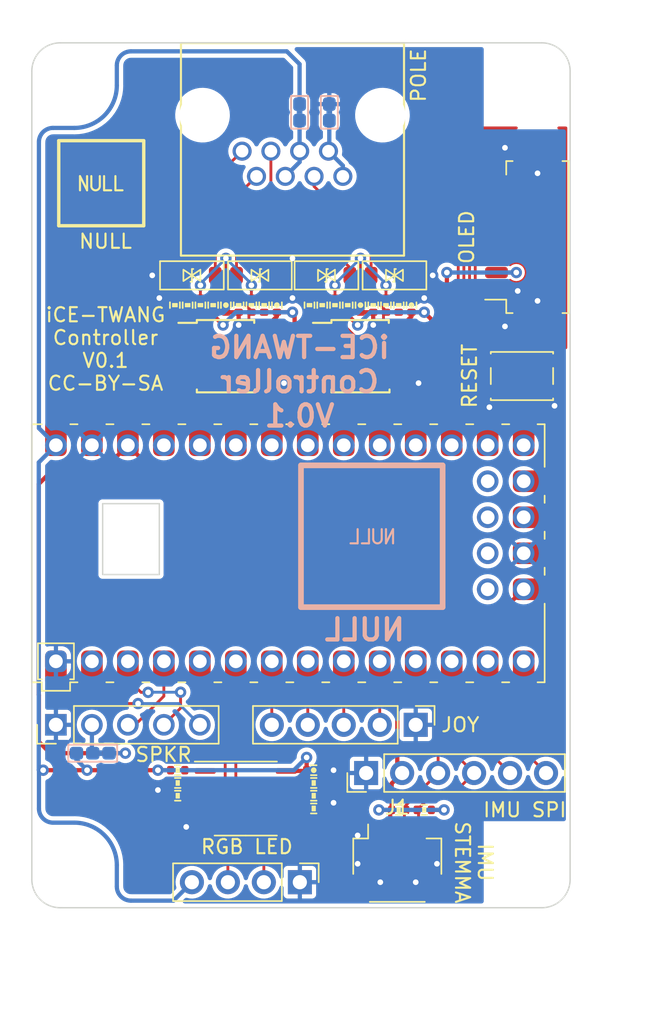
<source format=kicad_pcb>
(kicad_pcb (version 20210925) (generator pcbnew)
  (layers (0 "F.Cu" signal) (31 "B.Cu" signal) (34 "B.Paste" user) (35 "F.Paste" user) (36 "B.SilkS" user "B.Silkscreen") (37 "F.SilkS" user "F.Silkscreen") (38 "B.Mask" user) (39 "F.Mask" user) (44 "Edge.Cuts" user))
  (net 0 "")
  (net 1 "GND")
  (net 2 "/ACC_CLK-SCL")
  (net 3 "/ACC_COPI-SDA")
  (net 4 "/ACC_CIPO")
  (net 5 "/ACC_CS")
  (net 6 "/JOY_UP")
  (net 7 "/JOY_DOWN")
  (net 8 "/JOY_LEFT")
  (net 9 "/JOY_RIGHT")
  (net 10 "/SPKR_SD")
  (net 11 "/SPKR_P")
  (net 12 "/SPKR_N")
  (net 13 "/LED_CLK")
  (net 14 "/LED_DAT")
  (net 15 "/OLED_CD")
  (net 16 "/OLED_CS")
  (net 17 "/OLED_DAT")
  (net 18 "/OLED_CLK")
  (net 19 "/POLE_CLK_TX")
  (net 20 "/POLE_CLK_DE")
  (net 21 "/POLE_CLK_RX")
  (net 22 "/POLE_DAT_TX")
  (net 23 "/POLE_DAT_DE")
  (net 24 "/POLE_DAT_RX")
  (net 26 "+3V3")
  (net 27 "+5V")
  (net 28 "Net-(A1-Pad31)")
  (net 30 "/OLED_RES")
  (net 31 "/POLE_DAT_P")
  (net 32 "/POLE5V")
  (net 33 "/POLEGND")
  (net 34 "/POLE_CLK_P")
  (net 35 "/POLE_DAT_N")
  (net 36 "Net-(R1-Pad1)")
  (net 37 "Net-(R2-Pad1)")
  (net 38 "/POLE_CLK_N")
  (net 39 "Net-(C11-Pad2)")
  (net 40 "Net-(C12-Pad2)")
  (net 41 "/POLE_DAT_~{RE}")
  (net 42 "/POLE_CLK_~{RE}x")
  (net 43 "Net-(R5-Pad1)")
  (net 44 "Net-(R6-Pad1)")
  (net 45 "Net-(R7-Pad1)")
  (net 46 "Net-(R8-Pad1)")
  (net 47 "/SPKR_PWR")
  (net 48 "Net-(U3-Pad8)")
  (net 49 "Net-(U3-Pad6)")
  (footprint "pkl_dipol:R_0402" (layer "F.Cu") (at 30.3 73.1 180)
    (fp_text reference "R1")
    (fp_text value "10k")
  )
  (footprint "pkl_dipol:R_0402" (layer "F.Cu") (at 39.6 38.5 90)
    (fp_text reference "R10")
    (fp_text value "10k")
  )
  (footprint "pkl_buttons_switches:SW_SPST_3x4x2.5" (layer "F.Cu") (at 54.6 43.5)
    (fp_text reference "SW1")
    (fp_text value "TACT")
  )
  (footprint "Connector_PinHeader_2.54mm:PinHeader_1x05_P2.54mm_Vertical" (layer "F.Cu") (at 21.7 68.1 90)
    (fp_text reference "J4")
    (fp_text value "SPKR AMP")
  )
  (footprint "pkl_dipol:R_0402" (layer "F.Cu") (at 39.9 72.2)
    (fp_text reference "R6")
    (fp_text value "10k")
  )
  (footprint "MountingHole:MountingHole_3.2mm_M3_DIN965" (layer "F.Cu") (at 23 78 45)
    (fp_text reference "REF**" hide)
    (fp_text value "MountingHole_3.2mm_M3_DIN965" hide)
  )
  (footprint "pkl_housings_soic:SOIC-8_5x4mm_Pitch1.27mm" (layer "F.Cu") (at 33.7 42.1)
    (fp_text reference "U1")
    (fp_text value "SN65HVD75")
  )
  (footprint "Connector_JST:JST_SH_SM04B-SRSS-TB_1x04-1MP_P1.00mm_Horizontal" (layer "F.Cu") (at 45.8 77.9)
    (fp_text reference "J1")
    (fp_text value "IMU STEMMA QT")
  )
  (footprint "pkl_dipol:R_0402" (layer "F.Cu") (at 32.8 38.5 90)
    (fp_text reference "R15")
    (fp_text value "620R")
  )
  (footprint "pkl_dipol:R_0402" (layer "F.Cu") (at 45.9 38.499999 90)
    (fp_text reference "R21")
    (fp_text value "118R")
  )
  (footprint "pkl_dipol:D_SOD-123-TVS-BIDI" (layer "F.Cu") (at 45.600001 36.4)
    (fp_text reference "TVS4")
    (fp_text value "SMF15CA")
  )
  (footprint "pkl_dipol:R_0402" (layer "F.Cu") (at 30.3 71.3 180)
    (fp_text reference "R5")
    (fp_text value "10k")
  )
  (footprint "pkl_dipol:R_0402" (layer "F.Cu") (at 39.900002 73.1)
    (fp_text reference "R8")
    (fp_text value "10k")
  )
  (footprint "pkl_dipol:R_0402" (layer "F.Cu") (at 42.3 38.5 90)
    (fp_text reference "R19")
    (fp_text value "620R")
  )
  (footprint "pkl_dipol:R_0402" (layer "F.Cu") (at 44.1 38.5 -90)
    (fp_text reference "R22")
    (fp_text value "620R")
  )
  (footprint "pkl_dipol:R_0402" (layer "F.Cu") (at 45 38.5 90)
    (fp_text reference "R14")
    (fp_text value "118R")
  )
  (footprint "MountingHole:MountingHole_3.2mm_M3_DIN965" (layer "F.Cu") (at 55 23)
    (fp_text reference "REF**" hide)
    (fp_text value "MountingHole_3.2mm_M3_DIN965" hide)
  )
  (footprint "Package_SO:TSSOP-14_4.4x5mm_P0.65mm" (layer "F.Cu") (at 35.1 73.3)
    (fp_text reference "U3")
    (fp_text value "74AHCT125")
  )
  (footprint "pkl_dipol:R_0402" (layer "F.Cu") (at 30.1 38.5 90)
    (fp_text reference "R9")
    (fp_text value "10k")
  )
  (footprint "pkl_amphenol:AMPHENOL_RJHSE5080" (layer "F.Cu") (at 38.4 25.1 180)
    (fp_text reference "J7")
    (fp_text value "RJ45")
  )
  (footprint "pkl_module:iCEBreaker_Bitsy" (layer "F.Cu") (at 38.101 56 90)
    (fp_text reference "A1")
    (fp_text value "iCEBreaker_Bitsy")
  )
  (footprint "pkl_dipol:R_0402" (layer "F.Cu") (at 36.4 38.500001 90)
    (fp_text reference "R12")
    (fp_text value "118R")
  )
  (footprint "MountingHole:MountingHole_3.2mm_M3_DIN965" (layer "F.Cu") (at 23 23)
    (fp_text reference "REF**" hide)
    (fp_text value "MountingHole_3.2mm_M3_DIN965" hide)
  )
  (footprint "Connector_PinHeader_2.54mm:PinHeader_1x06_P2.54mm_Vertical" (layer "F.Cu") (at 43.6 71.5 90)
    (fp_text reference "J2")
    (fp_text value "IMU SPI")
  )
  (footprint "pkl_dipol:R_0402" (layer "F.Cu") (at 45.9 74.1)
    (fp_text reference "R3")
    (fp_text value "4k7")
  )
  (footprint "Connector_PinHeader_2.54mm:PinHeader_1x05_P2.54mm_Vertical" (layer "F.Cu") (at 47.1 68.1 -90)
    (fp_text reference "J3")
    (fp_text value "JOY")
  )
  (footprint "pkl_dipol:R_0402" (layer "F.Cu") (at 40.5 38.5 90)
    (fp_text reference "R20")
    (fp_text value "118R")
  )
  (footprint "pkl_housings_soic:SOIC-8_5x4mm_Pitch1.27mm" (layer "F.Cu") (at 43.2 42.1)
    (fp_text reference "U2")
    (fp_text value "SN65HVD75")
  )
  (footprint "pkl_dipol:R_0402" (layer "F.Cu") (at 31.9 38.5 90)
    (fp_text reference "R11")
    (fp_text value "118R")
  )
  (footprint "pkl_dipol:R_0402" (layer "F.Cu") (at 35.500001 38.500001 90)
    (fp_text reference "R17")
    (fp_text value "118R")
  )
  (footprint "pkl_dipol:D_SOD-123-TVS-BIDI" (layer "F.Cu") (at 40.8 36.4)
    (fp_text reference "TVS3")
    (fp_text value "SMF15CA")
  )
  (footprint "pkl_logos:null_Logo_SilkS_6mm" (layer "F.Cu") (at 24.9 29.9)
    (fp_text reference "REF**" hide)
    (fp_text value "null_Logo_SilkS_6mm" hide)
  )
  (footprint "Connector_Molex:Molex_PicoBlade_53261-0771_1x07-1MP_P1.25mm_Horizontal" (layer "F.Cu") (at 55.2 33.7 90)
    (fp_text reference "J5")
    (fp_text value "OLED")
  )
  (footprint "pkl_dipol:R_0402" (layer "F.Cu") (at 34.6 38.5 -90)
    (fp_text reference "R18")
    (fp_text value "620R")
  )
  (footprint "pkl_dipol:R_0402" (layer "F.Cu") (at 41.4 38.5 90)
    (fp_text reference "R13")
    (fp_text value "118R")
  )
  (footprint "pkl_dipol:C_0402" (layer "F.Cu") (at 43.2 38.499999 90)
    (fp_text reference "C12")
    (fp_text value "100n")
  )
  (footprint "pkl_dipol:R_0402" (layer "F.Cu") (at 39.9 74)
    (fp_text reference "R2")
    (fp_text value "10k")
  )
  (footprint "pkl_dipol:C_0402" (layer "F.Cu") (at 39.9 71.3)
    (fp_text reference "C1")
    (fp_text value "100n")
  )
  (footprint "pkl_dipol:D_SOD-123-TVS-BIDI" (layer "F.Cu") (at 36.1 36.4)
    (fp_text reference "TVS2")
    (fp_text value "SMF15CA")
  )
  (footprint "pkl_dipol:D_SOD-123-TVS-BIDI" (layer "F.Cu") (at 31.299999 36.4)
    (fp_text reference "TVS1")
    (fp_text value "SMF15CA")
  )
  (footprint "MountingHole:MountingHole_3.2mm_M3_DIN965" (layer "F.Cu") (at 55 78 45)
    (fp_text reference "REF**" hide)
    (fp_text value "MountingHole_3.2mm_M3_DIN965" hide)
  )
  (footprint "pkl_dipol:C_0402" (layer "F.Cu") (at 46.8 38.5 90)
    (fp_text reference "C10")
    (fp_text value "100n")
  )
  (footprint "pkl_dipol:C_0402" (layer "F.Cu") (at 33.7 38.5 90)
    (fp_text reference "C11")
    (fp_text value "100n")
  )
  (footprint "Connector_PinHeader_2.54mm:PinHeader_1x04_P2.54mm_Vertical" (layer "F.Cu") (at 38.92 79.2 -90)
    (fp_text reference "J6")
    (fp_text value "RGB_LED")
  )
  (footprint "pkl_dipol:C_0402" (layer "F.Cu") (at 37.3 38.499999 90)
    (fp_text reference "C9")
    (fp_text value "100n")
  )
  (footprint "pkl_dipol:R_0402" (layer "F.Cu") (at 30.3 72.2 180)
    (fp_text reference "R7")
    (fp_text value "10k")
  )
  (footprint "pkl_dipol:R_0402" (layer "F.Cu") (at 47.7 74.1 180)
    (fp_text reference "R4")
    (fp_text value "4k7")
  )
  (footprint "pkl_dipol:R_0402" (layer "F.Cu") (at 31 38.5 90)
    (fp_text reference "R16")
    (fp_text value "118R")
  )
  (footprint "pkl_jumpers:J_NC_0603_40" (layer "B.Cu") (at 41 24.9 -90)
    (fp_text reference "J9")
    (fp_text value "POLEGND")
  )
  (footprint "pkl_logos:null_Logo_SilkS_10mm" (layer "B.Cu") (at 44 54.8 180)
    (fp_text reference "REF**" hide)
    (fp_text value "null_Logo_SilkS_10mm" hide)
  )
  (footprint "pkl_jumpers:J_NC_0603_40" (layer "B.Cu") (at 38.9 24.9 90)
    (fp_text reference "J8")
    (fp_text value "POLE5V")
  )
  (footprint "pkl_jumpers:J_NCNO_0903_30" (layer "B.Cu") (at 24.3 70.100001 180)
    (fp_text reference "J10")
    (fp_text value "SPKR_PWR")
  )
  (gr_arc (start 22 22) (end 20 22) (angle 90) (layer "Edge.Cuts") (width 0.1))
  (gr_line (start 56 81) (end 22 81) (layer "Edge.Cuts") (width 0.1))
  (gr_line (start 58 22) (end 58 79) (layer "Edge.Cuts") (width 0.1))
  (gr_arc (start 56 22) (end 56 20) (angle 90) (layer "Edge.Cuts") (width 0.1))
  (gr_arc (start 56 79) (end 56 81) (angle -90) (layer "Edge.Cuts") (width 0.1))
  (gr_arc (start 22 79) (end 22 81) (angle 90) (layer "Edge.Cuts") (width 0.1))
  (gr_line (start 22 20) (end 56 20) (layer "Edge.Cuts") (width 0.1))
  (gr_rect (start 25 52.5) (end 29 57.5) (layer "Edge.Cuts") (width 0.1) (fill none))
  (gr_line (start 20 79) (end 20 22) (layer "Edge.Cuts") (width 0.1))
  (gr_text "iCE-TWANG\nController\nV0.1" (at 38.9 43.9) (layer "B.SilkS") (effects (font (size 1.5 1.5) (thickness 0.3)) (justify mirror)))
  (gr_text "NULL" (at 43.5 61.4) (layer "B.SilkS") (effects (font (size 1.5 1.5) (thickness 0.3)) (justify mirror)))
  (gr_text "JOY" (at 50.25 68.1) (layer "F.SilkS") (effects (font (size 1 1))))
  (gr_text "POLE" (at 47.3 22.3 90) (layer "F.SilkS") (effects (font (size 1 1))))
  (gr_text "iCE-TWANG\nController\nV0.1\nCC-BY-SA" (at 25.2 41.6) (layer "F.SilkS") (effects (font (size 1 1))))
  (gr_text "SPKR" (at 29.3 70.2) (layer "F.SilkS") (effects (font (size 1 1))))
  (gr_text "RGB LED" (at 35.18 76.7) (layer "F.SilkS") (effects (font (size 1 1))))
  (gr_text "OLED" (at 50.7 33.7 90) (layer "F.SilkS") (effects (font (size 1 1))))
  (gr_text "IMU\nSTEMMA" (at 51.2 77.8 270) (layer "F.SilkS") (effects (font (size 1 1))))
  (gr_text "NULL" (at 25.2 34) (layer "F.SilkS") (effects (font (size 1 1))))
  (gr_text "RESET" (at 50.9 43.5 90) (layer "F.SilkS") (effects (font (size 1 1))))
  (gr_text "IMU SPI" (at 54.8 74.1) (layer "F.SilkS") (effects (font (size 1 1))))
  (segment (start 40.4 74) (end 40.9 74) (width 0.3) (layer "F.Cu") (net 1))
  (segment (start 37.3 38.096173) (end 37.3 37.999999) (width 0.2) (layer "F.Cu") (net 1))
  (segment (start 39.15 36.4) (end 39.15 35.95) (width 0.3) (layer "F.Cu") (net 1))
  (segment (start 29.8 73.1) (end 29.3 73.1) (width 0.3) (layer "F.Cu") (net 1))
  (segment (start 37.75 36.4) (end 39.15 36.4) (width 0.3) (layer "F.Cu") (net 1))
  (segment (start 47.250001 36.4) (end 48.3 36.4) (width 0.3) (layer "F.Cu") (net 1))
  (segment (start 37.75 36.4) (end 37.75 35.85) (width 0.3) (layer "F.Cu") (net 1))
  (segment (start 40.4 71.3) (end 41.3 71.3) (width 0.3) (layer "F.Cu") (net 1))
  (segment (start 37.3 37.999999) (end 38.4 38) (width 0.2) (layer "F.Cu") (net 1))
  (segment (start 30.95 75.249999) (end 30.9 75.299999) (width 0.25) (layer "F.Cu") (net 1))
  (segment (start 29.3 73.1) (end 28.9 72.7) (width 0.3) (layer "F.Cu") (net 1))
  (segment (start 40.8 73.1) (end 41.3 73.6) (width 0.3) (layer "F.Cu") (net 1))
  (segment (start 47.295 44.005) (end 47.3 44) (width 0.3) (layer "F.Cu") (net 1))
  (segment (start 40.400002 73.1) (end 40.8 73.1) (width 0.3) (layer "F.Cu") (net 1))
  (segment (start 39.6 38) (end 38.4 38) (width 0.3) (layer "F.Cu") (net 1))
  (segment (start 33.7 39) (end 34.6 39) (width 0.3) (layer "F.Cu") (net 1))
  (segment (start 36.4 44.005) (end 37.795 44.005) (width 0.3) (layer "F.Cu") (net 1))
  (segment (start 40.9 74) (end 41.3 73.6) (width 0.3) (layer "F.Cu") (net 1))
  (segment (start 29.4 72.2) (end 28.9 72.7) (width 0.3) (layer "F.Cu") (net 1))
  (segment (start 44.1 39) (end 44.1 39.9) (width 0.3) (layer "F.Cu") (net 1))
  (segment (start 46.8 38) (end 47.7 38) (width 0.3) (layer "F.Cu") (net 1))
  (segment (start 37.75 35.85) (end 38.4 35.2) (width 0.3) (layer "F.Cu") (net 1))
  (segment (start 45.9 44.005) (end 47.295 44.005) (width 0.3) (layer "F.Cu") (net 1))
  (segment (start 32.2375 75.249999) (end 30.95 75.249999) (width 0.3) (layer "F.Cu") (net 1))
  (segment (start 34.6 39) (end 34.6 39.9) (width 0.3) (layer "F.Cu") (net 1))
  (segment (start 43.2 38.999999) (end 44.1 39) (width 0.3) (layer "F.Cu") (net 1))
  (segment (start 39.15 35.95) (end 38.4 35.2) (width 0.3) (layer "F.Cu") (net 1))
  (segment (start 56.9 44.625) (end 56.9 45.6) (width 0.3) (layer "F.Cu") (net 1))
  (segment (start 52.3 44.625) (end 52.3 45.7) (width 0.3) (layer "F.Cu") (net 1))
  (segment (start 29.8 72.2) (end 29.4 72.2) (width 0.3) (layer "F.Cu") (net 1))
  (segment (start 37.795 44.005) (end 37.8 44) (width 0.3) (layer "F.Cu") (net 1))
  (segment (start 29.649999 36.4) (end 28.5 36.4) (width 0.3) (layer "F.Cu") (net 1))
  (segment (start 30.1 38) (end 29 38) (width 0.3) (layer "F.Cu") (net 1))
  (via (at 29 38) (size 0.8) (drill 0.4) (layers "F.Cu" "B.Cu") (net 1))
  (via (at 37.8 44) (size 0.8) (drill 0.4) (layers "F.Cu" "B.Cu") (net 1))
  (via (at 47.7 38) (size 0.8) (drill 0.4) (layers "F.Cu" "B.Cu") (net 1))
  (via (at 48.6 77.9) (size 0.8) (drill 0.4) (layers "F.Cu" "B.Cu") (net 1))
  (via (at 56.9 45.6) (size 0.8) (drill 0.4) (layers "F.Cu" "B.Cu") (net 1))
  (via (at 47.3 44) (size 0.8) (drill 0.4) (layers "F.Cu" "B.Cu") (net 1))
  (via (at 53.4 40) (size 0.8) (drill 0.4) (layers "F.Cu" "B.Cu") (net 1))
  (via (at 41.3 73.6) (size 0.8) (drill 0.4) (layers "F.Cu" "B.Cu") (net 1))
  (via (at 30.9 75.299999) (size 0.8) (drill 0.4) (layers "F.Cu" "B.Cu") (net 1))
  (via (at 48.3 36.4) (size 0.8) (drill 0.4) (layers "F.Cu" "B.Cu") (net 1))
  (via (at 52.3 45.7) (size 0.8) (drill 0.4) (layers "F.Cu" "B.Cu") (net 1))
  (via (at 28.5 36.4) (size 0.8) (drill 0.4) (layers "F.Cu" "B.Cu") (net 1))
  (via (at 53.4 27.4) (size 0.8) (drill 0.4) (layers "F.Cu" "B.Cu") (net 1))
  (via (at 44.1 39.9) (size 0.8) (drill 0.4) (layers "F.Cu" "B.Cu") (net 1))
  (via (at 38.4 35.2) (size 0.8) (drill 0.4) (layers "F.Cu" "B.Cu") (net 1))
  (via (at 44.6 79.2) (size 0.8) (drill 0.4) (layers "F.Cu" "B.Cu") (net 1))
  (via (at 34.6 39.9) (size 0.8) (drill 0.4) (layers "F.Cu" "B.Cu") (net 1))
  (via (at 41.3 71.3) (size 0.8) (drill 0.4) (layers "F.Cu" "B.Cu") (net 1))
  (via (at 55.7 38.2) (size 0.8) (drill 0.4) (layers "F.Cu" "B.Cu") (net 1))
  (via (at 54.3 37.5) (size 0.8) (drill 0.4) (layers "F.Cu" "B.Cu") (net 1))
  (via (at 55.7 29.2) (size 0.8) (drill 0.4) (layers "F.Cu" "B.Cu") (net 1))
  (via (at 38.4 38) (size 0.8) (drill 0.4) (layers "F.Cu" "B.Cu") (net 1))
  (via (at 47.1 79.2) (size 0.8) (drill 0.4) (layers "F.Cu" "B.Cu") (net 1))
  (via (at 28.9 72.7) (size 0.8) (drill 0.4) (layers "F.Cu" "B.Cu") (net 1))
  (via (at 43 77.9) (size 0.8) (drill 0.4) (layers "F.Cu" "B.Cu") (net 1))
  (via (at 43 75.9) (size 0.8) (drill 0.4) (layers "F.Cu" "B.Cu") (net 1))
  (segment (start 48.3 73) (end 49.72 73) (width 0.2) (layer "F.Cu") (net 2))
  (segment (start 47.3 75.9) (end 47.3 74.2) (width 0.2) (layer "F.Cu") (net 2))
  (segment (start 49.72 73) (end 51.22 71.5) (width 0.2) (layer "F.Cu") (net 2))
  (segment (start 49.641 69.921) (end 51.22 71.5) (width 0.2) (layer "F.Cu") (net 2))
  (segment (start 47.3 74.2) (end 47.2 74.1) (width 0.2) (layer "F.Cu") (net 2))
  (segment (start 47.2 74.1) (end 48.3 73) (width 0.2) (layer "F.Cu") (net 2))
  (segment (start 49.641 63.62) (end 49.641 69.921) (width 0.2) (layer "F.Cu") (net 2))
  (segment (start 48.68 71.5) (end 46.4 73.78) (width 0.2) (layer "F.Cu") (net 3))
  (segment (start 48.68 66.27663) (end 48.68 71.5) (width 0.2) (layer "F.Cu") (net 3))
  (segment (start 46.3 74.2) (end 46.4 74.1) (width 0.2) (layer "F.Cu") (net 3))
  (segment (start 47.101 64.69763) (end 48.68 66.27663) (width 0.2) (layer "F.Cu") (net 3))
  (segment (start 46.3 75.9) (end 46.3 74.2) (width 0.2) (layer "F.Cu") (net 3))
  (segment (start 46.4 73.78) (end 46.4 74.1) (width 0.2) (layer "F.Cu") (net 3))
  (segment (start 47.101 63.62) (end 47.101 64.801) (width 0.2) (layer "F.Cu") (net 3))
  (segment (start 47.101 63.62) (end 47.101 64.69763) (width 0.2) (layer "F.Cu") (net 3))
  (segment (start 52.181 69.921) (end 53.76 71.5) (width 0.2) (layer "F.Cu") (net 4))
  (segment (start 52.181 63.62) (end 52.181 69.921) (width 0.2) (layer "F.Cu") (net 4))
  (segment (start 54.721 69.921) (end 56.3 71.5) (width 0.2) (layer "F.Cu") (net 5))
  (segment (start 54.721 63.62) (end 54.721 69.921) (width 0.2) (layer "F.Cu") (net 5))
  (segment (start 36.941 63.62) (end 36.941 68.099) (width 0.2) (layer "F.Cu") (net 6))
  (segment (start 36.941 68.099) (end 36.94 68.1) (width 0.2) (layer "F.Cu") (net 6))
  (segment (start 39.481 68.099) (end 39.48 68.1) (width 0.2) (layer "F.Cu") (net 7))
  (segment (start 39.481 63.62) (end 39.481 68.099) (width 0.2) (layer "F.Cu") (net 7))
  (segment (start 42.021 63.62) (end 42.021 68.099) (width 0.2) (layer "F.Cu") (net 8))
  (segment (start 42.021 68.099) (end 42.02 68.1) (width 0.2) (layer "F.Cu") (net 8))
  (segment (start 44.561 68.099) (end 44.56 68.1) (width 0.2) (layer "F.Cu") (net 9))
  (segment (start 44.561 63.62) (end 44.561 68.099) (width 0.2) (layer "F.Cu") (net 9))
  (segment (start 29.321 63.62) (end 29.321 66.079) (width 0.2) (layer "F.Cu") (net 10))
  (segment (start 29.321 66.079) (end 27.3 68.1) (width 0.2) (layer "F.Cu") (net 10))
  (segment (start 27.3 68.1) (end 26.78 68.1) (width 0.2) (layer "F.Cu") (net 10))
  (segment (start 24.241 65.641) (end 24.241 63.62) (width 0.2) (layer "F.Cu") (net 11))
  (segment (start 27.5 66.6) (end 25.2 66.6) (width 0.2) (layer "F.Cu") (net 11))
  (segment (start 25.2 66.6) (end 24.241 65.641) (width 0.2) (layer "F.Cu") (net 11))
  (via (at 27.5 66.6) (size 0.8) (drill 0.4) (layers "F.Cu" "B.Cu") (net 11))
  (segment (start 31.86 68.1) (end 30.36 66.6) (width 0.2) (layer "B.Cu") (net 11))
  (segment (start 30.36 66.6) (end 27.5 66.6) (width 0.2) (layer "B.Cu") (net 11))
  (segment (start 29.32 68.1) (end 30.5 66.92) (width 0.2) (layer "F.Cu") (net 12))
  (segment (start 26.781 64.881) (end 26.781 63.62) (width 0.2) (layer "F.Cu") (net 12))
  (segment (start 28.207878 65.807878) (end 27.707878 65.807878) (width 0.2) (layer "F.Cu") (net 12))
  (segment (start 30.5 66.92) (end 30.5 65.8) (width 0.2) (layer "F.Cu") (net 12))
  (segment (start 27.707878 65.807878) (end 26.781 64.881) (width 0.2) (layer "F.Cu") (net 12))
  (via (at 30.5 65.8) (size 0.8) (drill 0.4) (layers "F.Cu" "B.Cu") (net 12))
  (via (at 28.207878 65.807878) (size 0.8) (drill 0.4) (layers "F.Cu" "B.Cu") (net 12))
  (segment (start 28.207878 65.807878) (end 28.215756 65.8) (width 0.2) (layer "B.Cu") (net 12))
  (segment (start 28.215756 65.8) (end 30.5 65.8) (width 0.2) (layer "B.Cu") (net 12))
  (segment (start 33.65 66.48663) (end 33.65 73.45) (width 0.2) (layer "F.Cu") (net 13))
  (segment (start 33.65 73.45) (end 33.15 73.95) (width 0.2) (layer "F.Cu") (net 13))
  (segment (start 31.861 64.69763) (end 33.65 66.48663) (width 0.2) (layer "F.Cu") (net 13))
  (segment (start 33.15 73.95) (end 32.2375 73.95) (width 0.2) (layer "F.Cu") (net 13))
  (segment (start 31.861 63.62) (end 31.861 64.69763) (width 0.2) (layer "F.Cu") (net 13))
  (segment (start 37.9625 74.6) (end 37.225001 74.6) (width 0.2) (layer "F.Cu") (net 14))
  (segment (start 34.401 71.775999) (end 34.401 63.62) (width 0.2) (layer "F.Cu") (net 14))
  (segment (start 36.92548 74.300479) (end 34.401 71.775999) (width 0.2) (layer "F.Cu") (net 14))
  (segment (start 37.225001 74.6) (end 36.92548 74.300479) (width 0.2) (layer "F.Cu") (net 14))
  (segment (start 52.181 48.38) (end 52.181 46.581) (width 0.2) (layer "F.Cu") (net 15))
  (segment (start 50.9 33.4) (end 51.85 32.45) (width 0.2) (layer "F.Cu") (net 15))
  (segment (start 51.85 32.45) (end 52.8 32.45) (width 0.2) (layer "F.Cu") (net 15))
  (segment (start 52.181 46.581) (end 50.9 45.3) (width 0.2) (layer "F.Cu") (net 15))
  (segment (start 50.9 33.4) (end 50.9 45.3) (width 0.2) (layer "F.Cu") (net 15))
  (segment (start 54.721 45.870078) (end 52.350922 43.5) (width 0.2) (layer "F.Cu") (net 16))
  (segment (start 51.3 42.9) (end 51.3 35.4) (width 0.2) (layer "F.Cu") (net 16))
  (segment (start 51.75 34.95) (end 52.8 34.95) (width 0.2) (layer "F.Cu") (net 16))
  (segment (start 51.9 43.5) (end 51.3 42.9) (width 0.2) (layer "F.Cu") (net 16))
  (segment (start 54.721 48.38) (end 54.721 45.870078) (width 0.2) (layer "F.Cu") (net 16))
  (segment (start 52.350922 43.5) (end 51.9 43.5) (width 0.2) (layer "F.Cu") (net 16))
  (segment (start 51.3 35.4) (end 51.75 34.95) (width 0.2) (layer "F.Cu") (net 16))
  (segment (start 47.101 48.38) (end 47.101 47.30237) (width 0.2) (layer "F.Cu") (net 17))
  (segment (start 50.1 31.6) (end 50.1 44.30337) (width 0.2) (layer "F.Cu") (net 17))
  (segment (start 50.1 31.6) (end 51.75 29.95) (width 0.2) (layer "F.Cu") (net 17))
  (segment (start 51.75 29.95) (end 52.8 29.95) (width 0.2) (layer "F.Cu") (net 17))
  (segment (start 47.101 47.30237) (end 50.1 44.30337) (width 0.2) (layer "F.Cu") (net 17))
  (segment (start 50.5 45.4) (end 50.5 32.5) (width 0.2) (layer "F.Cu") (net 18))
  (segment (start 50.5 32.5) (end 51.8 31.2) (width 0.2) (layer "F.Cu") (net 18))
  (segment (start 49.641 48.38) (end 49.641 46.259) (width 0.2) (layer "F.Cu") (net 18))
  (segment (start 51.8 31.2) (end 52.8 31.2) (width 0.2) (layer "F.Cu") (net 18))
  (segment (start 49.641 46.259) (end 50.5 45.4) (width 0.2) (layer "F.Cu") (net 18))
  (segment (start 39.481 48.38) (end 39.481 44.219) (width 0.2) (layer "F.Cu") (net 19))
  (segment (start 39.695 44.005) (end 40.5 44.005) (width 0.2) (layer "F.Cu") (net 19))
  (segment (start 39.481 44.219) (end 39.695 44.005) (width 0.2) (layer "F.Cu") (net 19))
  (segment (start 42.021 48.38) (end 42.021 43.421) (width 0.2) (layer "F.Cu") (net 20))
  (segment (start 41.335 42.735) (end 40.5 42.735) (width 0.2) (layer "F.Cu") (net 20))
  (segment (start 42.021 43.421) (end 41.335 42.735) (width 0.2) (layer "F.Cu") (net 20))
  (segment (start 44.561 48.38) (end 44.561 46.361) (width 0.2) (layer "F.Cu") (net 21))
  (segment (start 41.495 40.195) (end 40.5 40.195) (width 0.2) (layer "F.Cu") (net 21))
  (segment (start 42.5 44.3) (end 42.5 41.2) (width 0.2) (layer "F.Cu") (net 21))
  (segment (start 42.5 41.2) (end 41.495 40.195) (width 0.2) (layer "F.Cu") (net 21))
  (segment (start 44.561 46.361) (end 42.5 44.3) (width 0.2) (layer "F.Cu") (net 21))
  (segment (start 31 45.5) (end 31 44.005) (width 0.2) (layer "F.Cu") (net 22))
  (segment (start 31.861 46.361) (end 31 45.5) (width 0.2) (layer "F.Cu") (net 22))
  (segment (start 31.861 48.38) (end 31.861 46.361) (width 0.2) (layer "F.Cu") (net 22))
  (segment (start 34.401 45.101) (end 32.035 42.735) (width 0.2) (layer "F.Cu") (net 23))
  (segment (start 32.035 42.735) (end 31 42.735) (width 0.2) (layer "F.Cu") (net 23))
  (segment (start 34.401 48.38) (end 34.401 45.101) (width 0.2) (layer "F.Cu") (net 23))
  (segment (start 32.2 40.4) (end 31.995 40.195) (width 0.2) (layer "F.Cu") (net 24))
  (segment (start 36.941 46.341) (end 32.2 41.6) (width 0.2) (layer "F.Cu") (net 24))
  (segment (start 31.995 40.195) (end 31 40.195) (width 0.2) (layer "F.Cu") (net 24))
  (segment (start 32.2 41.6) (end 32.2 40.4) (width 0.2) (layer "F.Cu") (net 24))
  (segment (start 36.941 48.38) (end 36.941 46.341) (width 0.2) (layer "F.Cu") (net 24))
  (segment (start 48.2 39.5) (end 47.7 39) (width 0.3) (layer "F.Cu") (net 26))
  (segment (start 45.4 74.1) (end 45.4 72.24) (width 0.3) (layer "F.Cu") (net 26))
  (segment (start 44.5 74.1) (end 45.4 74.1) (width 0.3) (layer "F.Cu") (net 26))
  (segment (start 32.8 39.2) (end 32.8 39) (width 0.3) (layer "F.Cu") (net 26))
  (segment (start 45.3 75.9) (end 45.3 74.2) (width 0.3) (layer "F.Cu") (net 26))
  (segment (start 28.301 49.9) (end 38.2 49.9) (width 0.3) (layer "F.Cu") (net 26))
  (segment (start 47.7 39) (end 46.8 39) (width 0.3) (layer "F.Cu") (net 26))
  (segment (start 38.549511 39.149014) (end 38.549511 44.310459) (width 0.3) (layer "F.Cu") (net 26))
  (segment (start 38.2 49.9) (end 45.8 49.9) (width 0.3) (layer "F.Cu") (net 26))
  (segment (start 45.8 46.869774) (end 48.2 44.469774) (width 0.3) (layer "F.Cu") (net 26))
  (segment (start 37.3 38.999999) (end 37.3 39.295) (width 0.3) (layer "F.Cu") (net 26))
  (segment (start 54.721 58.54) (end 52.061 61.2) (width 0.3) (layer "F.Cu") (net 26))
  (segment (start 49.3 39.1) (end 49.3 36.2) (width 0.3) (layer "F.Cu") (net 26))
  (segment (start 26.781 48.38) (end 28.301 49.9) (width 0.3) (layer "F.Cu") (net 26))
  (segment (start 26.781 48.38) (end 25.261 49.9) (width 0.3) (layer "F.Cu") (net 26))
  (segment (start 45.8 49.9) (end 45.8 71.16) (width 0.3) (layer "F.Cu") (net 26))
  (segment (start 20.5 66) (end 20.5 69.3) (width 0.3) (layer "F.Cu") (net 26))
  (segment (start 38.2 44.65997) (end 38.2 49.9) (width 0.3) (layer "F.Cu") (net 26))
  (segment (start 42.3 39.2) (end 43 39.9) (width 0.3) (layer "F.Cu") (net 26))
  (segment (start 54.2 36.2) (end 52.8 36.2) (width 0.3) (layer "F.Cu") (net 26))
  (segment (start 38.549511 44.310459) (end 38.2 44.65997) (width 0.3) (layer "F.Cu") (net 26))
  (segment (start 48.2 44.469774) (end 48.2 40.2) (width 0.3) (layer "F.Cu") (net 26))
  (segment (start 45.8 71.16) (end 46.14 71.5) (width 0.3) (layer "F.Cu") (net 26))
  (segment (start 45.3 74.2) (end 45.4 74.1) (width 0.3) (layer "F.Cu") (net 26))
  (segment (start 21.7 49.9) (end 20.48948 51.11052) (width 0.3) (layer "F.Cu") (net 26))
  (segment (start 49.1 74.1) (end 48.2 74.1) (width 0.3) (layer "F.Cu") (net 26))
  (segment (start 46.8 39.295) (end 45.9 40.195) (width 0.3) (layer "F.Cu") (net 26))
  (segment (start 20.5 69.3) (end 21.3 70.1) (width 0.3) (layer "F.Cu") (net 26))
  (segment (start 42.3 39) (end 42.3 39.2) (width 0.3) (layer "F.Cu") (net 26))
  (segment (start 38.4 38.999503) (end 38.549511 39.149014) (width 0.3) (layer "F.Cu") (net 26))
  (segment (start 38.4 38.999503) (end 37.300496 38.999503) (width 0.3) (layer "F.Cu") (net 26))
  (segment (start 37.3 39.295) (end 36.4 40.195) (width 0.3) (layer "F.Cu") (net 26))
  (segment (start 20.48948 51.11052) (end 20.48948 65.98948) (width 0.3) (layer "F.Cu") (net 26))
  (segment (start 37.300496 38.999503) (end 37.3 38.999999) (width 0.3) (layer "F.Cu") (net 26))
  (segment (start 25.261 49.9) (end 21.7 49.9) (width 0.3) (layer "F.Cu") (net 26))
  (segment (start 48.2 40.2) (end 49.3 39.1) (width 0.3) (layer "F.Cu") (net 26))
  (segment (start 46.8 39) (end 46.8 39.295) (width 0.3) (layer "F.Cu") (net 26))
  (segment (start 45.8 49.9) (end 45.8 46.869774) (width 0.3) (layer "F.Cu") (net 26))
  (segment (start 21.3 70.1) (end 26.6 70.1) (width 0.3) (layer "F.Cu") (net 26))
  (segment (start 33.5 39.9) (end 32.8 39.2) (width 0.3) (layer "F.Cu") (net 26))
  (segment (start 45.4 72.24) (end 46.14 71.5) (width 0.3) (layer "F.Cu") (net 26))
  (segment (start 48.2 40.2) (end 48.2 39.5) (width 0.3) (layer "F.Cu") (net 26))
  (segment (start 20.48948 65.98948) (end 20.5 66) (width 0.3) (layer "F.Cu") (net 26))
  (segment (start 52.061 61.2) (end 45.8 61.2) (width 0.3) (layer "F.Cu") (net 26))
  (via (at 49.1 74.1) (size 0.8) (drill 0.4) (layers "F.Cu" "B.Cu") (net 26))
  (via (at 49.3 36.2) (size 0.8) (drill 0.4) (layers "F.Cu" "B.Cu") (net 26))
  (via (at 43 39.9) (size 0.8) (drill 0.4) (layers "F.Cu" "B.Cu") (net 26))
  (via (at 38.4 38.999503) (size 0.8) (drill 0.4) (layers "F.Cu" "B.Cu") (net 26))
  (via (at 54.2 36.2) (size 0.8) (drill 0.4) (layers "F.Cu" "B.Cu") (net 26))
  (via (at 47.7 39) (size 0.8) (drill 0.4) (layers "F.Cu" "B.Cu") (net 26))
  (via (at 26.6 70.1) (size 0.8) (drill 0.4) (layers "F.Cu" "B.Cu") (net 26))
  (via (at 44.5 74.1) (size 0.8) (drill 0.4) (layers "F.Cu" "B.Cu") (net 26))
  (via (at 33.5 39.9) (size 0.8) (drill 0.4) (layers "F.Cu" "B.Cu") (net 26))
  (segment (start 49.3 36.2) (end 54.2 36.2) (width 0.3) (layer "B.Cu") (net 26))
  (segment (start 26.6 70.1) (end 25.45 70.100001) (width 0.3) (layer "B.Cu") (net 26))
  (segment (start 44.5 74.1) (end 49.1 74.1) (width 0.3) (layer "B.Cu") (net 26))
  (segment (start 43.9 39) (end 43 39.9) (width 0.3) (layer "B.Cu") (net 26))
  (segment (start 38.4 38.999503) (end 38.399503 39) (width 0.3) (layer "B.Cu") (net 26))
  (segment (start 47.7 39) (end 43.9 39) (width 0.3) (layer "B.Cu") (net 26))
  (segment (start 38.399503 39) (end 34.4 39) (width 0.3) (layer "B.Cu") (net 26))
  (segment (start 34.4 39) (end 33.5 39.9) (width 0.3) (layer "B.Cu") (net 26))
  (segment (start 23.899999 71.3) (end 28.9 71.3) (width 0.3) (layer "F.Cu") (net 27))
  (segment (start 39.4 71.3) (end 39.403826 71.3) (width 0.2) (layer "F.Cu") (net 27))
  (segment (start 20.8 71.3) (end 23.899999 71.3) (width 0.3) (layer "F.Cu") (net 27))
  (segment (start 29.8 71.3) (end 28.9 71.3) (width 0.3) (layer "F.Cu") (net 27))
  (segment (start 40.303826 72.2) (end 40.4 72.2) (width 0.2) (layer "F.Cu") (net 27))
  (segment (start 37.9625 71.35) (end 39.35 71.35) (width 0.3) (layer "F.Cu") (net 27))
  (segment (start 39.4 70.4) (end 39.4 71.3) (width 0.3) (layer "F.Cu") (net 27))
  (segment (start 39.403826 71.3) (end 40.303826 72.2) (width 0.2) (layer "F.Cu") (net 27))
  (segment (start 39.35 71.35) (end 39.4 71.3) (width 0.3) (layer "F.Cu") (net 27))
  (via (at 20.8 71.3) (size 0.8) (drill 0.4) (layers "F.Cu" "B.Cu") (net 27))
  (via (at 39.4 70.4) (size 0.8) (drill 0.4) (layers "F.Cu" "B.Cu") (net 27))
  (via (at 23.899999 71.3) (size 0.8) (drill 0.4) (layers "F.Cu" "B.Cu") (net 27))
  (via (at 28.9 71.3) (size 0.8) (drill 0.4) (layers "F.Cu" "B.Cu") (net 27))
  (segment (start 27 80.5) (end 30 80.5) (width 0.3) (layer "B.Cu") (net 27))
  (segment (start 20.78948 71.28948) (end 20.8 71.3) (width 0.3) (layer "B.Cu") (net 27))
  (segment (start 21.5 26) (end 23 26) (width 0.3) (layer "B.Cu") (net 27))
  (segment (start 39.4 70.4) (end 38.5 71.3) (width 0.3) (layer "B.Cu") (net 27))
  (segment (start 23.100001 70.150002) (end 23.15 70.100001) (width 0.3) (layer "B.Cu") (net 27))
  (segment (start 26 78) (end 26 79.5) (width 0.3) (layer "B.Cu") (net 27))
  (segment (start 26 23) (end 26 21.6) (width 0.3) (layer "B.Cu") (net 27))
  (segment (start 38 20.6) (end 38.9 21.5) (width 0.3) (layer "B.Cu") (net 27))
  (segment (start 38.5 71.3) (end 28.9 71.3) (width 0.3) (layer "B.Cu") (net 27))
  (segment (start 30 80.5) (end 31.3 79.2) (width 0.3) (layer "B.Cu") (net 27))
  (segment (start 21.502242 75) (end 23 75) (width 0.3) (layer "B.Cu") (net 27))
  (segment (start 20.5 47.179) (end 20.5 27) (width 0.3) (layer "B.Cu") (net 27))
  (segment (start 38.9 21.5) (end 38.9 24.325) (width 0.3) (layer "B.Cu") (net 27))
  (segment (start 23.15 70.100001) (end 23.15 70.550001) (width 0.3) (layer "B.Cu") (net 27))
  (segment (start 20.502242 71.302242) (end 20.502242 74) (width 0.3) (layer "B.Cu") (net 27))
  (segment (start 21.701 48.38) (end 20.48948 49.59152) (width 0.3) (layer "B.Cu") (net 27))
  (segment (start 20.48948 71.28948) (end 20.502242 71.302242) (width 0.3) (layer "B.Cu") (net 27))
  (segment (start 23.15 70.550001) (end 23.899999 71.3) (width 0.3) (layer "B.Cu") (net 27))
  (segment (start 21.701 48.38) (end 20.5 47.179) (width 0.3) (layer "B.Cu") (net 27))
  (segment (start 27 20.6) (end 38 20.6) (width 0.3) (layer "B.Cu") (net 27))
  (segment (start 20.48948 49.59152) (end 20.48948 71.28948) (width 0.3) (layer "B.Cu") (net 27))
  (segment (start 20.48948 71.28948) (end 20.78948 71.28948) (width 0.3) (layer "B.Cu") (net 27))
  (arc (start 26 78) (mid 25.12132 75.87868) (end 23 75) (width 0.3) (layer "B.Cu") (net 27))
  (arc (start 20.502242 74) (mid 20.795135 74.707107) (end 21.502242 75) (width 0.3) (layer "B.Cu") (net 27))
  (arc (start 20.5 27) (mid 20.792893 26.292893) (end 21.5 26) (width 0.3) (layer "B.Cu") (net 27))
  (arc (start 27 80.5) (mid 26.292893 80.207107) (end 26 79.5) (width 0.3) (layer "B.Cu") (net 27))
  (arc (start 26 21.6) (mid 26.292893 20.892893) (end 27 20.6) (width 0.3) (layer "B.Cu") (net 27))
  (arc (start 23 26) (mid 25.12132 25.12132) (end 26 23) (width 0.3) (layer "B.Cu") (net 27))
  (segment (start 54.721 53.46) (end 56.24 53.46) (width 0.2) (layer "F.Cu") (net 28))
  (segment (start 57.1 47.3) (end 55.9 46.1) (width 0.2) (layer "F.Cu") (net 28))
  (segment (start 55.9 46.1) (end 55.9 43.375) (width 0.2) (layer "F.Cu") (net 28))
  (segment (start 56.24 53.46) (end 57.1 52.6) (width 0.2) (layer "F.Cu") (net 28))
  (segment (start 52.3 42.375) (end 56.9 42.375) (width 0.2) (layer "F.Cu") (net 28))
  (segment (start 57.1 52.6) (end 57.1 47.3) (width 0.2) (layer "F.Cu") (net 28))
  (segment (start 55.9 43.375) (end 56.9 42.375) (width 0.2) (layer "F.Cu") (net 28))
  (segment (start 32.949999 29.534001) (end 34.844 27.64) (width 0.2) (layer "F.Cu") (net 31))
  (segment (start 35.135 42.735) (end 31.9 39.5) (width 0.2) (layer "F.Cu") (net 31))
  (segment (start 31.9 39.5) (end 31.9 39) (width 0.2) (layer "F.Cu") (net 31))
  (segment (start 31.9 39) (end 31.9 38.996174) (width 0.2) (layer "F.Cu") (net 31))
  (segment (start 31.9 38.996174) (end 32.8 38.096174) (width 0.2) (layer "F.Cu") (net 31))
  (segment (start 32.8 36.549999) (end 32.949999 36.4) (width 0.2) (layer "F.Cu") (net 31))
  (segment (start 36.4 42.735) (end 35.135 42.735) (width 0.2) (layer "F.Cu") (net 31))
  (segment (start 32.949999 36.4) (end 32.949999 29.534001) (width 0.2) (layer "F.Cu") (net 31))
  (segment (start 32.8 38) (end 32.8 36.549999) (width 0.2) (layer "F.Cu") (net 31))
  (segment (start 32.8 38.096174) (end 32.8 38) (width 0.2) (layer "F.Cu") (net 31))
  (segment (start 31 39) (end 31.9 39) (width 0.2) (layer "F.Cu") (net 31))
  (segment (start 38.908 28.402) (end 37.892 29.418) (width 0.3) (layer "B.Cu") (net 32))
  (segment (start 38.908 27.64) (end 38.908 28.402) (width 0.3) (layer "B.Cu") (net 32))
  (segment (start 38.9 27.632) (end 38.908 27.64) (width 0.3) (layer "B.Cu") (net 32))
  (segment (start 38.9 25.475) (end 38.9 27.632) (width 0.3) (layer "B.Cu") (net 32))
  (segment (start 41.956 28.656) (end 40.94 27.64) (width 0.3) (layer "B.Cu") (net 33))
  (segment (start 41 27.58) (end 40.94 27.64) (width 0.3) (layer "B.Cu") (net 33))
  (segment (start 41.956 29.418) (end 41.956 28.656) (width 0.3) (layer "B.Cu") (net 33))
  (segment (start 41 25.475) (end 41 27.58) (width 0.3) (layer "B.Cu") (net 33))
  (segment (start 40.5 39) (end 41.4 39) (width 0.2) (layer "F.Cu") (net 34))
  (segment (start 42.3 38.096174) (end 42.3 38) (width 0.2) (layer "F.Cu") (net 34))
  (segment (start 41.4 39.289259) (end 41.4 39) (width 0.2) (layer "F.Cu") (net 34))
  (segment (start 41.4 38.996174) (end 42.3 38.096174) (width 0.2) (layer "F.Cu") (net 34))
  (segment (start 36.876 30.276) (end 36.876 27.64) (width 0.2) (layer "F.Cu") (net 34))
  (segment (start 44.845741 42.735) (end 41.4 39.289259) (width 0.2) (layer "F.Cu") (net 34))
  (segment (start 42.45 36.4) (end 42.45 35.85) (width 0.2) (layer "F.Cu") (net 34))
  (segment (start 42.3 38) (end 42.3 36.55) (width 0.2) (layer "F.Cu") (net 34))
  (segment (start 42.45 35.85) (end 36.876 30.276) (width 0.2) (layer "F.Cu") (net 34))
  (segment (start 45.9 42.735) (end 44.845741 42.735) (width 0.2) (layer "F.Cu") (net 34))
  (segment (start 42.3 36.55) (end 42.45 36.4) (width 0.2) (layer "F.Cu") (net 34))
  (segment (start 41.4 39) (end 41.4 38.996174) (width 0.2) (layer "F.Cu") (net 34))
  (segment (start 36.4 41.465) (end 35.625001 41.465) (width 0.2) (layer "F.Cu") (net 35))
  (segment (start 34.45 30.828) (end 35.86 29.418) (width 0.2) (layer "F.Cu") (net 35))
  (segment (start 34.6 36.55) (end 34.45 36.4) (width 0.2) (layer "F.Cu") (net 35))
  (segment (start 35.32548 39.174522) (end 35.500001 39.000001) (width 0.2) (layer "F.Cu") (net 35))
  (segment (start 35.625001 41.465) (end 35.32548 41.165479) (width 0.2) (layer "F.Cu") (net 35))
  (segment (start 34.6 38) (end 34.6 38.003826) (width 0.2) (layer "F.Cu") (net 35))
  (segment (start 34.6 38.003826) (end 35.500001 38.903827) (width 0.2) (layer "F.Cu") (net 35))
  (segment (start 35.500001 38.903827) (end 35.500001 39.000001) (width 0.2) (layer "F.Cu") (net 35))
  (segment (start 35.500001 39.000001) (end 36.4 39.000001) (width 0.2) (layer "F.Cu") (net 35))
  (segment (start 35.32548 41.165479) (end 35.32548 39.174522) (width 0.2) (layer "F.Cu") (net 35))
  (segment (start 34.6 38) (end 34.6 36.55) (width 0.2) (layer "F.Cu") (net 35))
  (segment (start 34.45 36.4) (end 34.45 30.828) (width 0.2) (layer "F.Cu") (net 35))
  (segment (start 31 73.3) (end 32.2375 73.3) (width 0.2) (layer "F.Cu") (net 36))
  (segment (start 30.8 73.1) (end 31 73.3) (width 0.2) (layer "F.Cu") (net 36))
  (segment (start 38.0125 74) (end 37.9625 73.95) (width 0.2) (layer "F.Cu") (net 37))
  (segment (start 38.0125 73.999999) (end 37.9625 73.95) (width 0.25) (layer "F.Cu") (net 37))
  (segment (start 39.4 74) (end 38.0125 74) (width 0.2) (layer "F.Cu") (net 37))
  (segment (start 44.1 36.549999) (end 43.950001 36.4) (width 0.2) (layer "F.Cu") (net 38))
  (segment (start 45 38.903826) (end 44.1 38.003826) (width 0.2) (layer "F.Cu") (net 38))
  (segment (start 44.1 38.003826) (end 44.1 38) (width 0.2) (layer "F.Cu") (net 38))
  (segment (start 44.1 38) (end 44.1 36.549999) (width 0.2) (layer "F.Cu") (net 38))
  (segment (start 43.950001 34.150001) (end 39.924 30.124) (width 0.2) (layer "F.Cu") (net 38))
  (segment (start 45.9 38.999999) (end 45 39) (width 0.2) (layer "F.Cu") (net 38))
  (segment (start 43.950001 36.4) (end 43.950001 34.150001) (width 0.2) (layer "F.Cu") (net 38))
  (segment (start 44.82548 41.165479) (end 44.82548 39.17452) (width 0.2) (layer "F.Cu") (net 38))
  (segment (start 45.9 41.465) (end 45.125001 41.465) (width 0.2) (layer "F.Cu") (net 38))
  (segment (start 45 39) (end 45 38.903826) (width 0.2) (layer "F.Cu") (net 38))
  (segment (start 45.125001 41.465) (end 44.82548 41.165479) (width 0.2) (layer "F.Cu") (net 38))
  (segment (start 39.924 30.124) (end 39.924 29.418) (width 0.2) (layer "F.Cu") (net 38))
  (segment (start 44.82548 39.17452) (end 45 39) (width 0.2) (layer "F.Cu") (net 38))
  (segment (start 33.7 38) (end 33.7 35.2) (width 0.2) (layer "F.Cu") (net 39))
  (segment (start 36.4 38.000001) (end 35.500001 38.000001) (width 0.2) (layer "F.Cu") (net 39))
  (segment (start 33.7 38) (end 33.7 38.003826) (width 0.2) (layer "F.Cu") (net 39))
  (segment (start 35.5 37.1) (end 35.500001 38.000001) (width 0.2) (layer "F.Cu") (net 39))
  (segment (start 31.9 37.1) (end 31.9 38) (width 0.2) (layer "F.Cu") (net 39))
  (segment (start 31 38) (end 31.9 38) (width 0.2) (layer "F.Cu") (net 39))
  (via (at 35.5 37.1) (size 0.8) (drill 0.4) (layers "F.Cu" "B.Cu") (net 39))
  (via (at 31.9 37.1) (size 0.8) (drill 0.4) (layers "F.Cu" "B.Cu") (net 39))
  (via (at 33.7 35.2) (size 0.8) (drill 0.4) (layers "F.Cu" "B.Cu") (net 39))
  (segment (start 31.9 37) (end 31.9 37.1) (width 0.2) (layer "B.Cu") (net 39))
  (segment (start 35.5 37) (end 35.5 37.1) (width 0.2) (layer "B.Cu") (net 39))
  (segment (start 33.7 35.2) (end 31.9 37) (width 0.2) (layer "B.Cu") (net 39))
  (segment (start 33.7 35.2) (end 35.5 37) (width 0.2) (layer "B.Cu") (net 39))
  (segment (start 45 37.1) (end 45 38) (width 0.2) (layer "F.Cu") (net 40))
  (segment (start 45 38) (end 45.9 37.999999) (width 0.2) (layer "F.Cu") (net 40))
  (segment (start 40.5 38) (end 41.4 38) (width 0.2) (layer "F.Cu") (net 40))
  (segment (start 41.4 37.1) (end 41.4 38) (width 0.2) (layer "F.Cu") (net 40))
  (segment (start 43.2 37.999999) (end 43.2 35.2) (width 0.2) (layer "F.Cu") (net 40))
  (via (at 41.4 37.1) (size 0.8) (drill 0.4) (layers "F.Cu" "B.Cu") (net 40))
  (via (at 45 37.1) (size 0.8) (drill 0.4) (layers "F.Cu" "B.Cu") (net 40))
  (via (at 43.2 35.2) (size 0.8) (drill 0.4) (layers "F.Cu" "B.Cu") (net 40))
  (segment (start 45 37) (end 45 37.1) (width 0.2) (layer "B.Cu") (net 40))
  (segment (start 43.2 35.2) (end 41.4 37) (width 0.2) (layer "B.Cu") (net 40))
  (segment (start 41.4 37) (end 41.4 37.1) (width 0.2) (layer "B.Cu") (net 40))
  (segment (start 43.2 35.2) (end 45 37) (width 0.2) (layer "B.Cu") (net 40))
  (segment (start 31 41.465) (end 30.225001 41.465) (width 0.2) (layer "F.Cu") (net 41))
  (segment (start 29.7 39.8) (end 30.1 39.4) (width 0.2) (layer "F.Cu") (net 41))
  (segment (start 30.1 39.4) (end 30.1 39) (width 0.2) (layer "F.Cu") (net 41))
  (segment (start 30.225001 41.465) (end 29.7 40.939999) (width 0.2) (layer "F.Cu") (net 41))
  (segment (start 29.7 40.939999) (end 29.7 39.8) (width 0.2) (layer "F.Cu") (net 41))
  (segment (start 39.42548 39.17452) (end 39.42548 40.72548) (width 0.2) (layer "F.Cu") (net 42))
  (segment (start 39.42548 40.72548) (end 40.165 41.465) (width 0.2) (layer "F.Cu") (net 42))
  (segment (start 40.165 41.465) (end 40.5 41.465) (width 0.2) (layer "F.Cu") (net 42))
  (segment (start 39.6 39) (end 39.42548 39.17452) (width 0.2) (layer "F.Cu") (net 42))
  (segment (start 32.2375 71.35) (end 30.85 71.35) (width 0.2) (layer "F.Cu") (net 43))
  (segment (start 30.85 71.35) (end 30.8 71.3) (width 0.2) (layer "F.Cu") (net 43))
  (segment (start 39.2 72) (end 39.4 72.2) (width 0.2) (layer "F.Cu") (net 44))
  (segment (start 37.9625 72) (end 39.2 72) (width 0.2) (layer "F.Cu") (net 44))
  (segment (start 30.8 72.2) (end 31 72) (width 0.2) (layer "F.Cu") (net 45))
  (segment (start 31 72) (end 32.2375 72) (width 0.2) (layer "F.Cu") (net 45))
  (segment (start 37.9625 72.65) (end 38.699999 72.65) (width 0.2) (layer "F.Cu") (net 46))
  (segment (start 38.0125 72.699999) (end 37.9625 72.649999) (width 0.25) (layer "F.Cu") (net 46))
  (segment (start 39.149999 73.1) (end 39.400002 73.1) (width 0.2) (layer "F.Cu") (net 46))
  (segment (start 38.699999 72.65) (end 39.149999 73.1) (width 0.2) (layer "F.Cu") (net 46))
  (segment (start 24.24 70.040001) (end 24.3 70.100001) (width 0.3) (layer "B.Cu") (net 47))
  (segment (start 24.24 68.1) (end 24.24 70.040001) (width 0.3) (layer "B.Cu") (net 47))
  (segment (start 37.9625 75.25) (end 36.75 75.25) (width 0.2) (layer "F.Cu") (net 48))
  (segment (start 36.38 75.62) (end 36.38 79.2) (width 0.2) (layer "F.Cu") (net 48))
  (segment (start 36.75 75.25) (end 36.38 75.62) (width 0.2) (layer "F.Cu") (net 48))
  (segment (start 32.2375 74.6) (end 33.2 74.6) (width 0.2) (layer "F.Cu") (net 49))
  (segment (start 33.84 75.24) (end 33.84 79.2) (width 0.2) (layer "F.Cu") (net 49))
  (segment (start 33.2 74.6) (end 33.84 75.24) (width 0.2) (layer "F.Cu") (net 49))
  (zone (net 1) (net_name "GND") (layer "F.Cu") (connect_pads (clearance 0.508)) (min_thickness 0.254) (fill yes (thermal_gap 0.508) (thermal_bridge_width 0.508))
    (polygon (pts (xy 49.7 81.2) (xy 41.9 81.2) (xy 41.9 74.6) (xy 49.7 74.6)))
  )
  (zone (net 1) (net_name "GND") (layer "F.Cu") (connect_pads (clearance 0.2)) (min_thickness 0.2) (fill yes (thermal_gap 0.3) (thermal_bridge_width 0.3))
    (polygon (pts (xy 58.4 41.6) (xy 51.5 41.6) (xy 51.5 25.9) (xy 58.4 25.9)))
  )
  (zone (net 0) (net_name "") (layer "B.Cu") (connect_pads (clearance 0)) (min_thickness 0.254)
    (keepout (tracks allowed) (vias allowed) (pads allowed) (copperpour not_allowed) (footprints allowed))
    (fill (thermal_gap 0.508) (thermal_bridge_width 0.508))
    (polygon (pts (xy 58 26.1) (xy 51.9 26.1) (xy 51.9 20) (xy 58 20)))
  )
  (zone (net 0) (net_name "") (layer "B.Cu") (connect_pads (clearance 0)) (min_thickness 0.254)
    (keepout (tracks allowed) (vias allowed) (pads allowed) (copperpour not_allowed) (footprints allowed))
    (fill (thermal_gap 0.508) (thermal_bridge_width 0.508))
    (polygon (pts (xy 58 81) (xy 51.9 81) (xy 51.9 74.9) (xy 58 74.9)))
  )
  (zone (net 1) (net_name "GND") (layer "B.Cu") (connect_pads (clearance 0.3)) (min_thickness 0.3) (fill yes (thermal_gap 0.3) (thermal_bridge_width 0.3))
    (polygon (pts (xy 58 81) (xy 20 81) (xy 20 20) (xy 58 20)))
  )
)
</source>
